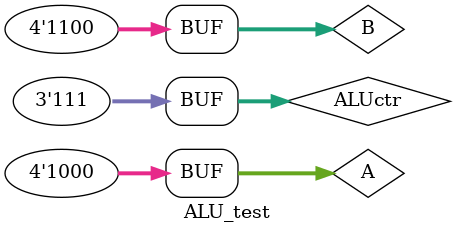
<source format=v>
`timescale 1ns / 1ps


module ALU_test();

reg [3:0] A;
reg [3:0] B;
reg [2:0] ALUctr;
wire [7:0] F;
wire [7:0] AN;
wire cf;
wire zero;
wire of;

ALU alu(
    .A(A),
    .B(B),
    .ALUctr(ALUctr),
    .F(F),
    .AN(AN),
    .cf(cf),
    .zero(zero),
    .of(of)
);

initial begin

	A=4'b0000; B=4'b0111; ALUctr=3'b000;
#10 A=4'b0000; B=4'b0111; ALUctr=3'b001;
#10 A=4'b1111; B=4'b1000; ALUctr=3'b001;
#10 A=4'b1111; B=4'b0111; ALUctr=3'b001;
#10 A=4'b1000; B=4'b1000; ALUctr=3'b001;
#10 A=4'b1000; B=4'b1000; ALUctr=3'b010;
#10 A=4'b1111; B=4'b0000; ALUctr=3'b010;
#10 A=4'b1111; B=4'b1000; ALUctr=3'b011;
#10 A=4'b0101; B=4'b1010; ALUctr=3'b011;
#10 A=4'b0101; B=4'b1010; ALUctr=3'b100;
#10 A=4'b0100; B=4'b1110; ALUctr=3'b100;
#10 A=4'b0101; B=4'b1010; ALUctr=3'b101;
#10 A=4'b0101; B=4'b1111; ALUctr=3'b101;
#10 A=4'b0101; B=4'b1111; ALUctr=3'b110;
#10 A=4'b1100; B=4'b1111; ALUctr=3'b110;
#10 A=4'b1111; B=4'b1111; ALUctr=3'b110;
#10 A=4'b1000; B=4'b1111; ALUctr=3'b110;
#10 A=4'b0000; B=4'b1111; ALUctr=3'b110;
#10 A=4'b1111; B=4'b1000; ALUctr=3'b110;
#10 A=4'b0111; B=4'b1000; ALUctr=3'b110;
#10 A=4'b0000; B=4'b1000; ALUctr=3'b110;
#10 A=4'b1111; B=4'b0111; ALUctr=3'b110;
#10 A=4'b1000; B=4'b0111; ALUctr=3'b110;
#10 A=4'b0000; B=4'b0000; ALUctr=3'b110;
#10 A=4'b0001; B=4'b0000; ALUctr=3'b110;
#10 A=4'b0111; B=4'b0011; ALUctr=3'b110;
#10 A=4'b0011; B=4'b0001; ALUctr=3'b110;
#10 A=4'b0011; B=4'b0111; ALUctr=3'b110;
#10 A=4'b0011; B=4'b0001; ALUctr=3'b111;
#10 A=4'b0011; B=4'b0011; ALUctr=3'b111;
#10 A=4'b1000; B=4'b1000; ALUctr=3'b111;
#10 A=4'b1000; B=4'b1100; ALUctr=3'b111;

end
	  
endmodule

</source>
